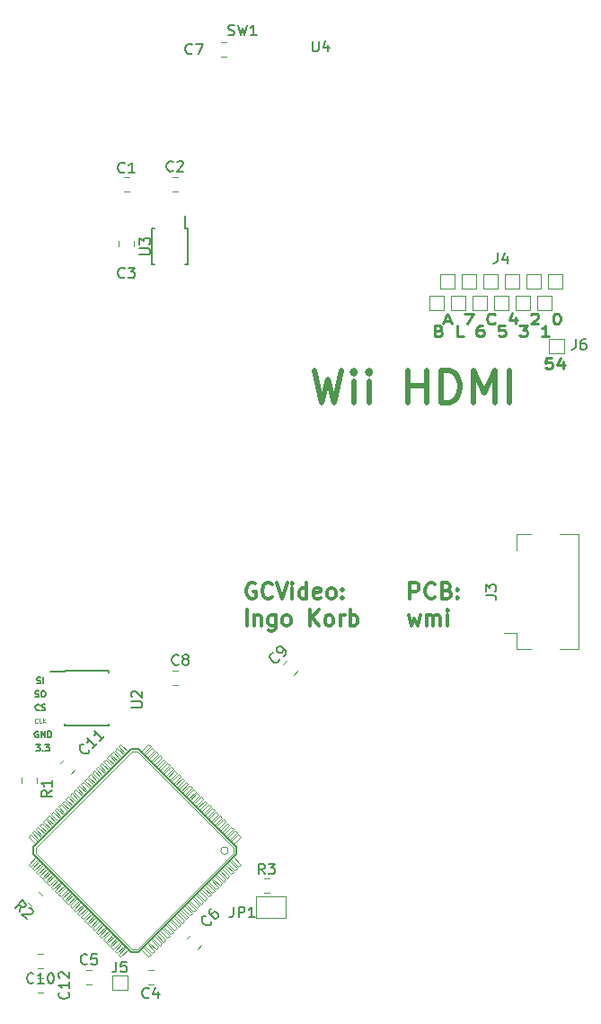
<source format=gto>
G04 #@! TF.GenerationSoftware,KiCad,Pcbnew,(5.0.1)-4*
G04 #@! TF.CreationDate,2019-03-10T19:06:40+01:00*
G04 #@! TF.ProjectId,wiihdmi_wmi,77696968646D695F776D692E6B696361,rev?*
G04 #@! TF.SameCoordinates,Original*
G04 #@! TF.FileFunction,Legend,Top*
G04 #@! TF.FilePolarity,Positive*
%FSLAX46Y46*%
G04 Gerber Fmt 4.6, Leading zero omitted, Abs format (unit mm)*
G04 Created by KiCad (PCBNEW (5.0.1)-4) date 10.03.2019 19:06:40*
%MOMM*%
%LPD*%
G01*
G04 APERTURE LIST*
%ADD10C,0.300000*%
%ADD11C,0.250000*%
%ADD12C,0.500000*%
%ADD13C,0.150000*%
%ADD14C,0.075000*%
%ADD15C,0.120000*%
%ADD16C,0.066040*%
%ADD17C,0.099060*%
%ADD18C,0.198120*%
%ADD19C,0.048260*%
G04 APERTURE END LIST*
D10*
X91738142Y-130467571D02*
X91738142Y-128967571D01*
X92309571Y-128967571D01*
X92452428Y-129039000D01*
X92523857Y-129110428D01*
X92595285Y-129253285D01*
X92595285Y-129467571D01*
X92523857Y-129610428D01*
X92452428Y-129681857D01*
X92309571Y-129753285D01*
X91738142Y-129753285D01*
X94095285Y-130324714D02*
X94023857Y-130396142D01*
X93809571Y-130467571D01*
X93666714Y-130467571D01*
X93452428Y-130396142D01*
X93309571Y-130253285D01*
X93238142Y-130110428D01*
X93166714Y-129824714D01*
X93166714Y-129610428D01*
X93238142Y-129324714D01*
X93309571Y-129181857D01*
X93452428Y-129039000D01*
X93666714Y-128967571D01*
X93809571Y-128967571D01*
X94023857Y-129039000D01*
X94095285Y-129110428D01*
X95238142Y-129681857D02*
X95452428Y-129753285D01*
X95523857Y-129824714D01*
X95595285Y-129967571D01*
X95595285Y-130181857D01*
X95523857Y-130324714D01*
X95452428Y-130396142D01*
X95309571Y-130467571D01*
X94738142Y-130467571D01*
X94738142Y-128967571D01*
X95238142Y-128967571D01*
X95381000Y-129039000D01*
X95452428Y-129110428D01*
X95523857Y-129253285D01*
X95523857Y-129396142D01*
X95452428Y-129539000D01*
X95381000Y-129610428D01*
X95238142Y-129681857D01*
X94738142Y-129681857D01*
X96238142Y-130324714D02*
X96309571Y-130396142D01*
X96238142Y-130467571D01*
X96166714Y-130396142D01*
X96238142Y-130324714D01*
X96238142Y-130467571D01*
X96238142Y-129539000D02*
X96309571Y-129610428D01*
X96238142Y-129681857D01*
X96166714Y-129610428D01*
X96238142Y-129539000D01*
X96238142Y-129681857D01*
X91595285Y-132017571D02*
X91881000Y-133017571D01*
X92166714Y-132303285D01*
X92452428Y-133017571D01*
X92738142Y-132017571D01*
X93309571Y-133017571D02*
X93309571Y-132017571D01*
X93309571Y-132160428D02*
X93381000Y-132089000D01*
X93523857Y-132017571D01*
X93738142Y-132017571D01*
X93881000Y-132089000D01*
X93952428Y-132231857D01*
X93952428Y-133017571D01*
X93952428Y-132231857D02*
X94023857Y-132089000D01*
X94166714Y-132017571D01*
X94381000Y-132017571D01*
X94523857Y-132089000D01*
X94595285Y-132231857D01*
X94595285Y-133017571D01*
X95309571Y-133017571D02*
X95309571Y-132017571D01*
X95309571Y-131517571D02*
X95238142Y-131589000D01*
X95309571Y-131660428D01*
X95381000Y-131589000D01*
X95309571Y-131517571D01*
X95309571Y-131660428D01*
D11*
X105124285Y-107783380D02*
X104552857Y-107783380D01*
X104495714Y-108259571D01*
X104552857Y-108211952D01*
X104667142Y-108164333D01*
X104952857Y-108164333D01*
X105067142Y-108211952D01*
X105124285Y-108259571D01*
X105181428Y-108354809D01*
X105181428Y-108592904D01*
X105124285Y-108688142D01*
X105067142Y-108735761D01*
X104952857Y-108783380D01*
X104667142Y-108783380D01*
X104552857Y-108735761D01*
X104495714Y-108688142D01*
X106210000Y-108116714D02*
X106210000Y-108783380D01*
X105924285Y-107735761D02*
X105638571Y-108450047D01*
X106381428Y-108450047D01*
X94469571Y-105211571D02*
X94641000Y-105259190D01*
X94698142Y-105306809D01*
X94755285Y-105402047D01*
X94755285Y-105544904D01*
X94698142Y-105640142D01*
X94641000Y-105687761D01*
X94526714Y-105735380D01*
X94069571Y-105735380D01*
X94069571Y-104735380D01*
X94469571Y-104735380D01*
X94583857Y-104783000D01*
X94641000Y-104830619D01*
X94698142Y-104925857D01*
X94698142Y-105021095D01*
X94641000Y-105116333D01*
X94583857Y-105163952D01*
X94469571Y-105211571D01*
X94069571Y-105211571D01*
X96755285Y-105735380D02*
X96183857Y-105735380D01*
X96183857Y-104735380D01*
X98583857Y-104735380D02*
X98355285Y-104735380D01*
X98241000Y-104783000D01*
X98183857Y-104830619D01*
X98069571Y-104973476D01*
X98012428Y-105163952D01*
X98012428Y-105544904D01*
X98069571Y-105640142D01*
X98126714Y-105687761D01*
X98241000Y-105735380D01*
X98469571Y-105735380D01*
X98583857Y-105687761D01*
X98641000Y-105640142D01*
X98698142Y-105544904D01*
X98698142Y-105306809D01*
X98641000Y-105211571D01*
X98583857Y-105163952D01*
X98469571Y-105116333D01*
X98241000Y-105116333D01*
X98126714Y-105163952D01*
X98069571Y-105211571D01*
X98012428Y-105306809D01*
X100698142Y-104735380D02*
X100126714Y-104735380D01*
X100069571Y-105211571D01*
X100126714Y-105163952D01*
X100241000Y-105116333D01*
X100526714Y-105116333D01*
X100641000Y-105163952D01*
X100698142Y-105211571D01*
X100755285Y-105306809D01*
X100755285Y-105544904D01*
X100698142Y-105640142D01*
X100641000Y-105687761D01*
X100526714Y-105735380D01*
X100241000Y-105735380D01*
X100126714Y-105687761D01*
X100069571Y-105640142D01*
X102069571Y-104735380D02*
X102812428Y-104735380D01*
X102412428Y-105116333D01*
X102583857Y-105116333D01*
X102698142Y-105163952D01*
X102755285Y-105211571D01*
X102812428Y-105306809D01*
X102812428Y-105544904D01*
X102755285Y-105640142D01*
X102698142Y-105687761D01*
X102583857Y-105735380D01*
X102241000Y-105735380D01*
X102126714Y-105687761D01*
X102069571Y-105640142D01*
X104869571Y-105735380D02*
X104183857Y-105735380D01*
X104526714Y-105735380D02*
X104526714Y-104735380D01*
X104412428Y-104878238D01*
X104298142Y-104973476D01*
X104183857Y-105021095D01*
X94999857Y-104306666D02*
X95571285Y-104306666D01*
X94885571Y-104592380D02*
X95285571Y-103592380D01*
X95685571Y-104592380D01*
X96885571Y-103592380D02*
X97685571Y-103592380D01*
X97171285Y-104592380D01*
X99742714Y-104497142D02*
X99685571Y-104544761D01*
X99514142Y-104592380D01*
X99399857Y-104592380D01*
X99228428Y-104544761D01*
X99114142Y-104449523D01*
X99057000Y-104354285D01*
X98999857Y-104163809D01*
X98999857Y-104020952D01*
X99057000Y-103830476D01*
X99114142Y-103735238D01*
X99228428Y-103640000D01*
X99399857Y-103592380D01*
X99514142Y-103592380D01*
X99685571Y-103640000D01*
X99742714Y-103687619D01*
X101685571Y-103925714D02*
X101685571Y-104592380D01*
X101399857Y-103544761D02*
X101114142Y-104259047D01*
X101857000Y-104259047D01*
X103171285Y-103687619D02*
X103228428Y-103640000D01*
X103342714Y-103592380D01*
X103628428Y-103592380D01*
X103742714Y-103640000D01*
X103799857Y-103687619D01*
X103857000Y-103782857D01*
X103857000Y-103878095D01*
X103799857Y-104020952D01*
X103114142Y-104592380D01*
X103857000Y-104592380D01*
X105514142Y-103592380D02*
X105628428Y-103592380D01*
X105742714Y-103640000D01*
X105799857Y-103687619D01*
X105857000Y-103782857D01*
X105914142Y-103973333D01*
X105914142Y-104211428D01*
X105857000Y-104401904D01*
X105799857Y-104497142D01*
X105742714Y-104544761D01*
X105628428Y-104592380D01*
X105514142Y-104592380D01*
X105399857Y-104544761D01*
X105342714Y-104497142D01*
X105285571Y-104401904D01*
X105228428Y-104211428D01*
X105228428Y-103973333D01*
X105285571Y-103782857D01*
X105342714Y-103687619D01*
X105399857Y-103640000D01*
X105514142Y-103592380D01*
D12*
X82717857Y-108974142D02*
X83432142Y-111974142D01*
X84003571Y-109831285D01*
X84575000Y-111974142D01*
X85289285Y-108974142D01*
X86432142Y-111974142D02*
X86432142Y-109974142D01*
X86432142Y-108974142D02*
X86289285Y-109117000D01*
X86432142Y-109259857D01*
X86575000Y-109117000D01*
X86432142Y-108974142D01*
X86432142Y-109259857D01*
X87860714Y-111974142D02*
X87860714Y-109974142D01*
X87860714Y-108974142D02*
X87717857Y-109117000D01*
X87860714Y-109259857D01*
X88003571Y-109117000D01*
X87860714Y-108974142D01*
X87860714Y-109259857D01*
X91575000Y-111974142D02*
X91575000Y-108974142D01*
X91575000Y-110402714D02*
X93289285Y-110402714D01*
X93289285Y-111974142D02*
X93289285Y-108974142D01*
X94717857Y-111974142D02*
X94717857Y-108974142D01*
X95432142Y-108974142D01*
X95860714Y-109117000D01*
X96146428Y-109402714D01*
X96289285Y-109688428D01*
X96432142Y-110259857D01*
X96432142Y-110688428D01*
X96289285Y-111259857D01*
X96146428Y-111545571D01*
X95860714Y-111831285D01*
X95432142Y-111974142D01*
X94717857Y-111974142D01*
X97717857Y-111974142D02*
X97717857Y-108974142D01*
X98717857Y-111117000D01*
X99717857Y-108974142D01*
X99717857Y-111974142D01*
X101146428Y-111974142D02*
X101146428Y-108974142D01*
D10*
X77156857Y-129039000D02*
X77014000Y-128967571D01*
X76799714Y-128967571D01*
X76585428Y-129039000D01*
X76442571Y-129181857D01*
X76371142Y-129324714D01*
X76299714Y-129610428D01*
X76299714Y-129824714D01*
X76371142Y-130110428D01*
X76442571Y-130253285D01*
X76585428Y-130396142D01*
X76799714Y-130467571D01*
X76942571Y-130467571D01*
X77156857Y-130396142D01*
X77228285Y-130324714D01*
X77228285Y-129824714D01*
X76942571Y-129824714D01*
X78728285Y-130324714D02*
X78656857Y-130396142D01*
X78442571Y-130467571D01*
X78299714Y-130467571D01*
X78085428Y-130396142D01*
X77942571Y-130253285D01*
X77871142Y-130110428D01*
X77799714Y-129824714D01*
X77799714Y-129610428D01*
X77871142Y-129324714D01*
X77942571Y-129181857D01*
X78085428Y-129039000D01*
X78299714Y-128967571D01*
X78442571Y-128967571D01*
X78656857Y-129039000D01*
X78728285Y-129110428D01*
X79156857Y-128967571D02*
X79656857Y-130467571D01*
X80156857Y-128967571D01*
X80656857Y-130467571D02*
X80656857Y-129467571D01*
X80656857Y-128967571D02*
X80585428Y-129039000D01*
X80656857Y-129110428D01*
X80728285Y-129039000D01*
X80656857Y-128967571D01*
X80656857Y-129110428D01*
X82014000Y-130467571D02*
X82014000Y-128967571D01*
X82014000Y-130396142D02*
X81871142Y-130467571D01*
X81585428Y-130467571D01*
X81442571Y-130396142D01*
X81371142Y-130324714D01*
X81299714Y-130181857D01*
X81299714Y-129753285D01*
X81371142Y-129610428D01*
X81442571Y-129539000D01*
X81585428Y-129467571D01*
X81871142Y-129467571D01*
X82014000Y-129539000D01*
X83299714Y-130396142D02*
X83156857Y-130467571D01*
X82871142Y-130467571D01*
X82728285Y-130396142D01*
X82656857Y-130253285D01*
X82656857Y-129681857D01*
X82728285Y-129539000D01*
X82871142Y-129467571D01*
X83156857Y-129467571D01*
X83299714Y-129539000D01*
X83371142Y-129681857D01*
X83371142Y-129824714D01*
X82656857Y-129967571D01*
X84228285Y-130467571D02*
X84085428Y-130396142D01*
X84014000Y-130324714D01*
X83942571Y-130181857D01*
X83942571Y-129753285D01*
X84014000Y-129610428D01*
X84085428Y-129539000D01*
X84228285Y-129467571D01*
X84442571Y-129467571D01*
X84585428Y-129539000D01*
X84656857Y-129610428D01*
X84728285Y-129753285D01*
X84728285Y-130181857D01*
X84656857Y-130324714D01*
X84585428Y-130396142D01*
X84442571Y-130467571D01*
X84228285Y-130467571D01*
X85371142Y-130324714D02*
X85442571Y-130396142D01*
X85371142Y-130467571D01*
X85299714Y-130396142D01*
X85371142Y-130324714D01*
X85371142Y-130467571D01*
X85371142Y-129539000D02*
X85442571Y-129610428D01*
X85371142Y-129681857D01*
X85299714Y-129610428D01*
X85371142Y-129539000D01*
X85371142Y-129681857D01*
X76371142Y-133017571D02*
X76371142Y-131517571D01*
X77085428Y-132017571D02*
X77085428Y-133017571D01*
X77085428Y-132160428D02*
X77156857Y-132089000D01*
X77299714Y-132017571D01*
X77514000Y-132017571D01*
X77656857Y-132089000D01*
X77728285Y-132231857D01*
X77728285Y-133017571D01*
X79085428Y-132017571D02*
X79085428Y-133231857D01*
X79014000Y-133374714D01*
X78942571Y-133446142D01*
X78799714Y-133517571D01*
X78585428Y-133517571D01*
X78442571Y-133446142D01*
X79085428Y-132946142D02*
X78942571Y-133017571D01*
X78656857Y-133017571D01*
X78514000Y-132946142D01*
X78442571Y-132874714D01*
X78371142Y-132731857D01*
X78371142Y-132303285D01*
X78442571Y-132160428D01*
X78514000Y-132089000D01*
X78656857Y-132017571D01*
X78942571Y-132017571D01*
X79085428Y-132089000D01*
X80014000Y-133017571D02*
X79871142Y-132946142D01*
X79799714Y-132874714D01*
X79728285Y-132731857D01*
X79728285Y-132303285D01*
X79799714Y-132160428D01*
X79871142Y-132089000D01*
X80014000Y-132017571D01*
X80228285Y-132017571D01*
X80371142Y-132089000D01*
X80442571Y-132160428D01*
X80514000Y-132303285D01*
X80514000Y-132731857D01*
X80442571Y-132874714D01*
X80371142Y-132946142D01*
X80228285Y-133017571D01*
X80014000Y-133017571D01*
X82299714Y-133017571D02*
X82299714Y-131517571D01*
X83156857Y-133017571D02*
X82514000Y-132160428D01*
X83156857Y-131517571D02*
X82299714Y-132374714D01*
X84014000Y-133017571D02*
X83871142Y-132946142D01*
X83799714Y-132874714D01*
X83728285Y-132731857D01*
X83728285Y-132303285D01*
X83799714Y-132160428D01*
X83871142Y-132089000D01*
X84014000Y-132017571D01*
X84228285Y-132017571D01*
X84371142Y-132089000D01*
X84442571Y-132160428D01*
X84514000Y-132303285D01*
X84514000Y-132731857D01*
X84442571Y-132874714D01*
X84371142Y-132946142D01*
X84228285Y-133017571D01*
X84014000Y-133017571D01*
X85156857Y-133017571D02*
X85156857Y-132017571D01*
X85156857Y-132303285D02*
X85228285Y-132160428D01*
X85299714Y-132089000D01*
X85442571Y-132017571D01*
X85585428Y-132017571D01*
X86085428Y-133017571D02*
X86085428Y-131517571D01*
X86085428Y-132089000D02*
X86228285Y-132017571D01*
X86514000Y-132017571D01*
X86656857Y-132089000D01*
X86728285Y-132160428D01*
X86799714Y-132303285D01*
X86799714Y-132731857D01*
X86728285Y-132874714D01*
X86656857Y-132946142D01*
X86514000Y-133017571D01*
X86228285Y-133017571D01*
X86085428Y-132946142D01*
D13*
X56521428Y-144197428D02*
X56892857Y-144197428D01*
X56692857Y-144426000D01*
X56778571Y-144426000D01*
X56835714Y-144454571D01*
X56864285Y-144483142D01*
X56892857Y-144540285D01*
X56892857Y-144683142D01*
X56864285Y-144740285D01*
X56835714Y-144768857D01*
X56778571Y-144797428D01*
X56607142Y-144797428D01*
X56550000Y-144768857D01*
X56521428Y-144740285D01*
X57150000Y-144740285D02*
X57178571Y-144768857D01*
X57150000Y-144797428D01*
X57121428Y-144768857D01*
X57150000Y-144740285D01*
X57150000Y-144797428D01*
X57378571Y-144197428D02*
X57750000Y-144197428D01*
X57550000Y-144426000D01*
X57635714Y-144426000D01*
X57692857Y-144454571D01*
X57721428Y-144483142D01*
X57750000Y-144540285D01*
X57750000Y-144683142D01*
X57721428Y-144740285D01*
X57692857Y-144768857D01*
X57635714Y-144797428D01*
X57464285Y-144797428D01*
X57407142Y-144768857D01*
X57378571Y-144740285D01*
X56692857Y-142956000D02*
X56635714Y-142927428D01*
X56550000Y-142927428D01*
X56464285Y-142956000D01*
X56407142Y-143013142D01*
X56378571Y-143070285D01*
X56350000Y-143184571D01*
X56350000Y-143270285D01*
X56378571Y-143384571D01*
X56407142Y-143441714D01*
X56464285Y-143498857D01*
X56550000Y-143527428D01*
X56607142Y-143527428D01*
X56692857Y-143498857D01*
X56721428Y-143470285D01*
X56721428Y-143270285D01*
X56607142Y-143270285D01*
X56978571Y-143527428D02*
X56978571Y-142927428D01*
X57321428Y-143527428D01*
X57321428Y-142927428D01*
X57607142Y-143527428D02*
X57607142Y-142927428D01*
X57750000Y-142927428D01*
X57835714Y-142956000D01*
X57892857Y-143013142D01*
X57921428Y-143070285D01*
X57950000Y-143184571D01*
X57950000Y-143270285D01*
X57921428Y-143384571D01*
X57892857Y-143441714D01*
X57835714Y-143498857D01*
X57750000Y-143527428D01*
X57607142Y-143527428D01*
D14*
X56657904Y-142128857D02*
X56638857Y-142147904D01*
X56581714Y-142166952D01*
X56543619Y-142166952D01*
X56486476Y-142147904D01*
X56448380Y-142109809D01*
X56429333Y-142071714D01*
X56410285Y-141995523D01*
X56410285Y-141938380D01*
X56429333Y-141862190D01*
X56448380Y-141824095D01*
X56486476Y-141786000D01*
X56543619Y-141766952D01*
X56581714Y-141766952D01*
X56638857Y-141786000D01*
X56657904Y-141805047D01*
X57019809Y-142166952D02*
X56829333Y-142166952D01*
X56829333Y-141766952D01*
X57153142Y-142166952D02*
X57153142Y-141766952D01*
X57381714Y-142166952D02*
X57210285Y-141938380D01*
X57381714Y-141766952D02*
X57153142Y-141995523D01*
D13*
X56796000Y-140930285D02*
X56767428Y-140958857D01*
X56681714Y-140987428D01*
X56624571Y-140987428D01*
X56538857Y-140958857D01*
X56481714Y-140901714D01*
X56453142Y-140844571D01*
X56424571Y-140730285D01*
X56424571Y-140644571D01*
X56453142Y-140530285D01*
X56481714Y-140473142D01*
X56538857Y-140416000D01*
X56624571Y-140387428D01*
X56681714Y-140387428D01*
X56767428Y-140416000D01*
X56796000Y-140444571D01*
X57024571Y-140958857D02*
X57110285Y-140987428D01*
X57253142Y-140987428D01*
X57310285Y-140958857D01*
X57338857Y-140930285D01*
X57367428Y-140873142D01*
X57367428Y-140816000D01*
X57338857Y-140758857D01*
X57310285Y-140730285D01*
X57253142Y-140701714D01*
X57138857Y-140673142D01*
X57081714Y-140644571D01*
X57053142Y-140616000D01*
X57024571Y-140558857D01*
X57024571Y-140501714D01*
X57053142Y-140444571D01*
X57081714Y-140416000D01*
X57138857Y-140387428D01*
X57281714Y-140387428D01*
X57367428Y-140416000D01*
X56410285Y-139688857D02*
X56496000Y-139717428D01*
X56638857Y-139717428D01*
X56696000Y-139688857D01*
X56724571Y-139660285D01*
X56753142Y-139603142D01*
X56753142Y-139546000D01*
X56724571Y-139488857D01*
X56696000Y-139460285D01*
X56638857Y-139431714D01*
X56524571Y-139403142D01*
X56467428Y-139374571D01*
X56438857Y-139346000D01*
X56410285Y-139288857D01*
X56410285Y-139231714D01*
X56438857Y-139174571D01*
X56467428Y-139146000D01*
X56524571Y-139117428D01*
X56667428Y-139117428D01*
X56753142Y-139146000D01*
X57124571Y-139117428D02*
X57238857Y-139117428D01*
X57296000Y-139146000D01*
X57353142Y-139203142D01*
X57381714Y-139317428D01*
X57381714Y-139517428D01*
X57353142Y-139631714D01*
X57296000Y-139688857D01*
X57238857Y-139717428D01*
X57124571Y-139717428D01*
X57067428Y-139688857D01*
X57010285Y-139631714D01*
X56981714Y-139517428D01*
X56981714Y-139317428D01*
X57010285Y-139203142D01*
X57067428Y-139146000D01*
X57124571Y-139117428D01*
X56581714Y-138418857D02*
X56667428Y-138447428D01*
X56810285Y-138447428D01*
X56867428Y-138418857D01*
X56896000Y-138390285D01*
X56924571Y-138333142D01*
X56924571Y-138276000D01*
X56896000Y-138218857D01*
X56867428Y-138190285D01*
X56810285Y-138161714D01*
X56696000Y-138133142D01*
X56638857Y-138104571D01*
X56610285Y-138076000D01*
X56581714Y-138018857D01*
X56581714Y-137961714D01*
X56610285Y-137904571D01*
X56638857Y-137876000D01*
X56696000Y-137847428D01*
X56838857Y-137847428D01*
X56924571Y-137876000D01*
X57181714Y-138447428D02*
X57181714Y-137847428D01*
D15*
G04 #@! TO.C,J5*
X63689000Y-167324000D02*
X63689000Y-165924000D01*
X65089000Y-167324000D02*
X63689000Y-167324000D01*
X65089000Y-165924000D02*
X65089000Y-167324000D01*
X63689000Y-165924000D02*
X65089000Y-165924000D01*
G04 #@! TO.C,C10*
X57166252Y-163882000D02*
X56643748Y-163882000D01*
X57166252Y-165302000D02*
X56643748Y-165302000D01*
G04 #@! TO.C,C12*
X57157252Y-166168000D02*
X56634748Y-166168000D01*
X57157252Y-167588000D02*
X56634748Y-167588000D01*
G04 #@! TO.C,C11*
X59790529Y-146953563D02*
X60159995Y-146584097D01*
X58786437Y-145949471D02*
X59155903Y-145580005D01*
G04 #@! TO.C,C9*
X80798097Y-137629995D02*
X81167563Y-137260529D01*
X79794005Y-136625903D02*
X80163471Y-136256437D01*
G04 #@! TO.C,C8*
X69334748Y-138632000D02*
X69857252Y-138632000D01*
X69334748Y-137212000D02*
X69857252Y-137212000D01*
G04 #@! TO.C,C7*
X74438252Y-78030000D02*
X73915748Y-78030000D01*
X74438252Y-79450000D02*
X73915748Y-79450000D01*
G04 #@! TO.C,C6*
X71728529Y-163463563D02*
X72097995Y-163094097D01*
X70724437Y-162459471D02*
X71093903Y-162090005D01*
G04 #@! TO.C,C5*
X61215748Y-166826000D02*
X61738252Y-166826000D01*
X61215748Y-165406000D02*
X61738252Y-165406000D01*
G04 #@! TO.C,C4*
X67562252Y-165406000D02*
X67039748Y-165406000D01*
X67562252Y-166826000D02*
X67039748Y-166826000D01*
D13*
G04 #@! TO.C,U2*
X59233000Y-137302000D02*
X57833000Y-137302000D01*
X59233000Y-142402000D02*
X63383000Y-142402000D01*
X59233000Y-137252000D02*
X63383000Y-137252000D01*
X59233000Y-142402000D02*
X59233000Y-142257000D01*
X63383000Y-142402000D02*
X63383000Y-142257000D01*
X63383000Y-137252000D02*
X63383000Y-137397000D01*
X59233000Y-137252000D02*
X59233000Y-137302000D01*
D15*
G04 #@! TO.C,R3*
X78484252Y-156770000D02*
X77961748Y-156770000D01*
X78484252Y-158190000D02*
X77961748Y-158190000D01*
G04 #@! TO.C,R2*
X55701221Y-159067313D02*
X56070687Y-159436779D01*
X56705313Y-158063221D02*
X57074779Y-158432687D01*
G04 #@! TO.C,JP1*
X79998000Y-160512000D02*
X77198000Y-160512000D01*
X77198000Y-160512000D02*
X77198000Y-158512000D01*
X77198000Y-158512000D02*
X79998000Y-158512000D01*
X79998000Y-158512000D02*
X79998000Y-160512000D01*
G04 #@! TO.C,J3*
X101824000Y-133704000D02*
X100624000Y-133704000D01*
X107624000Y-124394000D02*
X105884000Y-124394000D01*
X107624000Y-135194000D02*
X107624000Y-124394000D01*
X105884000Y-135194000D02*
X107624000Y-135194000D01*
X101824000Y-124394000D02*
X103164000Y-124394000D01*
X101824000Y-125884000D02*
X101824000Y-124394000D01*
X101824000Y-135194000D02*
X103164000Y-135194000D01*
X101824000Y-133704000D02*
X101824000Y-135194000D01*
G04 #@! TO.C,C3*
X64314000Y-96757748D02*
X64314000Y-97280252D01*
X65734000Y-96757748D02*
X65734000Y-97280252D01*
G04 #@! TO.C,C2*
X69325748Y-92150000D02*
X69848252Y-92150000D01*
X69325748Y-90730000D02*
X69848252Y-90730000D01*
G04 #@! TO.C,C1*
X65294252Y-90730000D02*
X64771748Y-90730000D01*
X65294252Y-92150000D02*
X64771748Y-92150000D01*
D16*
G04 #@! TO.C,U1*
X75578071Y-152658541D02*
X74870427Y-153366185D01*
X74870427Y-153366185D02*
X75082361Y-153578119D01*
X75790005Y-152870475D02*
X75082361Y-153578119D01*
X75578071Y-152658541D02*
X75790005Y-152870475D01*
X75224249Y-152304719D02*
X74516605Y-153012363D01*
X74516605Y-153012363D02*
X74728539Y-153224297D01*
X75436183Y-152516653D02*
X74728539Y-153224297D01*
X75224249Y-152304719D02*
X75436183Y-152516653D01*
X74870427Y-151950896D02*
X74162783Y-152658541D01*
X74162783Y-152658541D02*
X74374717Y-152870475D01*
X75082361Y-152162831D02*
X74374717Y-152870475D01*
X74870427Y-151950896D02*
X75082361Y-152162831D01*
X74516605Y-151597074D02*
X73808961Y-152304719D01*
X73808961Y-152304719D02*
X74020895Y-152516653D01*
X74728539Y-151809008D02*
X74020895Y-152516653D01*
X74516605Y-151597074D02*
X74728539Y-151809008D01*
X74162783Y-151243252D02*
X73455139Y-151950896D01*
X73455139Y-151950896D02*
X73667073Y-152162831D01*
X74374717Y-151455186D02*
X73667073Y-152162831D01*
X74162783Y-151243252D02*
X74374717Y-151455186D01*
X73808961Y-150889430D02*
X73101317Y-151597074D01*
X73101317Y-151597074D02*
X73315047Y-151810804D01*
X74022691Y-151103160D02*
X73315047Y-151810804D01*
X73808961Y-150889430D02*
X74022691Y-151103160D01*
X73456935Y-150537404D02*
X72749291Y-151245048D01*
X72749291Y-151245048D02*
X72961225Y-151456982D01*
X73668869Y-150749338D02*
X72961225Y-151456982D01*
X73456935Y-150537404D02*
X73668869Y-150749338D01*
X73103113Y-150183582D02*
X72395469Y-150891226D01*
X72395469Y-150891226D02*
X72607403Y-151103160D01*
X73315047Y-150395516D02*
X72607403Y-151103160D01*
X73103113Y-150183582D02*
X73315047Y-150395516D01*
X72749291Y-149829760D02*
X72041646Y-150537404D01*
X72041646Y-150537404D02*
X72253580Y-150749338D01*
X72961225Y-150041694D02*
X72253580Y-150749338D01*
X72749291Y-149829760D02*
X72961225Y-150041694D01*
X72395469Y-149475938D02*
X71687824Y-150183582D01*
X71687824Y-150183582D02*
X71899758Y-150395516D01*
X72607403Y-149687872D02*
X71899758Y-150395516D01*
X72395469Y-149475938D02*
X72607403Y-149687872D01*
X72041646Y-149122116D02*
X71334002Y-149829760D01*
X71334002Y-149829760D02*
X71545936Y-150041694D01*
X72253580Y-149334050D02*
X71545936Y-150041694D01*
X72041646Y-149122116D02*
X72253580Y-149334050D01*
X71687824Y-148768294D02*
X70980180Y-149475938D01*
X70980180Y-149475938D02*
X71192114Y-149687872D01*
X71899758Y-148980228D02*
X71192114Y-149687872D01*
X71687824Y-148768294D02*
X71899758Y-148980228D01*
X71335798Y-148416268D02*
X70628154Y-149123912D01*
X70628154Y-149123912D02*
X70840088Y-149335846D01*
X71547732Y-148628202D02*
X70840088Y-149335846D01*
X71335798Y-148416268D02*
X71547732Y-148628202D01*
X70983772Y-148064242D02*
X70276128Y-148771886D01*
X70276128Y-148771886D02*
X70488062Y-148983820D01*
X71195706Y-148276176D02*
X70488062Y-148983820D01*
X70983772Y-148064242D02*
X71195706Y-148276176D01*
X70629950Y-147710420D02*
X69922306Y-148418064D01*
X69922306Y-148418064D02*
X70134240Y-148629998D01*
X70841884Y-147922354D02*
X70134240Y-148629998D01*
X70629950Y-147710420D02*
X70841884Y-147922354D01*
X70276128Y-147356597D02*
X69568484Y-148064242D01*
X69568484Y-148064242D02*
X69780418Y-148276176D01*
X70488062Y-147568531D02*
X69780418Y-148276176D01*
X70276128Y-147356597D02*
X70488062Y-147568531D01*
X69922306Y-147002775D02*
X69214662Y-147710420D01*
X69214662Y-147710420D02*
X69426596Y-147922354D01*
X70134240Y-147214709D02*
X69426596Y-147922354D01*
X69922306Y-147002775D02*
X70134240Y-147214709D01*
X69568484Y-146648953D02*
X68860840Y-147356597D01*
X68860840Y-147356597D02*
X69072774Y-147568531D01*
X69780418Y-146860887D02*
X69072774Y-147568531D01*
X69568484Y-146648953D02*
X69780418Y-146860887D01*
X69214662Y-146295131D02*
X68507018Y-147002775D01*
X68507018Y-147002775D02*
X68718952Y-147214709D01*
X69426596Y-146507065D02*
X68718952Y-147214709D01*
X69214662Y-146295131D02*
X69426596Y-146507065D01*
X68860840Y-145941309D02*
X68153196Y-146648953D01*
X68153196Y-146648953D02*
X68366926Y-146862683D01*
X69074570Y-146155039D02*
X68366926Y-146862683D01*
X68860840Y-145941309D02*
X69074570Y-146155039D01*
X68508814Y-145589283D02*
X67801169Y-146296927D01*
X67801169Y-146296927D02*
X68013104Y-146508861D01*
X68720748Y-145801217D02*
X68013104Y-146508861D01*
X68508814Y-145589283D02*
X68720748Y-145801217D01*
X68154992Y-145235461D02*
X67447347Y-145943105D01*
X67447347Y-145943105D02*
X67659281Y-146155039D01*
X68366926Y-145447395D02*
X67659281Y-146155039D01*
X68154992Y-145235461D02*
X68366926Y-145447395D01*
X67801169Y-144881639D02*
X67093525Y-145589283D01*
X67093525Y-145589283D02*
X67305459Y-145801217D01*
X68013104Y-145093573D02*
X67305459Y-145801217D01*
X67801169Y-144881639D02*
X68013104Y-145093573D01*
X67447347Y-144527817D02*
X66739703Y-145235461D01*
X66739703Y-145235461D02*
X66951637Y-145447395D01*
X67659281Y-144739751D02*
X66951637Y-145447395D01*
X67447347Y-144527817D02*
X67659281Y-144739751D01*
X67093525Y-144173995D02*
X66385881Y-144881639D01*
X66385881Y-144881639D02*
X66597815Y-145093573D01*
X67305459Y-144385929D02*
X66597815Y-145093573D01*
X67093525Y-144173995D02*
X67305459Y-144385929D01*
X64478475Y-144173995D02*
X64266541Y-144385929D01*
X64266541Y-144385929D02*
X64974185Y-145093573D01*
X65186119Y-144881639D02*
X64974185Y-145093573D01*
X64478475Y-144173995D02*
X65186119Y-144881639D01*
X64124653Y-144527817D02*
X63912719Y-144739751D01*
X63912719Y-144739751D02*
X64620363Y-145447395D01*
X64832297Y-145235461D02*
X64620363Y-145447395D01*
X64124653Y-144527817D02*
X64832297Y-145235461D01*
X63770831Y-144881639D02*
X63558896Y-145093573D01*
X63558896Y-145093573D02*
X64266541Y-145801217D01*
X64478475Y-145589283D02*
X64266541Y-145801217D01*
X63770831Y-144881639D02*
X64478475Y-145589283D01*
X63417008Y-145235461D02*
X63205074Y-145447395D01*
X63205074Y-145447395D02*
X63912719Y-146155039D01*
X64124653Y-145943105D02*
X63912719Y-146155039D01*
X63417008Y-145235461D02*
X64124653Y-145943105D01*
X63063186Y-145589283D02*
X62851252Y-145801217D01*
X62851252Y-145801217D02*
X63558896Y-146508861D01*
X63770831Y-146296927D02*
X63558896Y-146508861D01*
X63063186Y-145589283D02*
X63770831Y-146296927D01*
X62711160Y-145941309D02*
X62497430Y-146155039D01*
X62497430Y-146155039D02*
X63205074Y-146862683D01*
X63418804Y-146648953D02*
X63205074Y-146862683D01*
X62711160Y-145941309D02*
X63418804Y-146648953D01*
X62357338Y-146295131D02*
X62145404Y-146507065D01*
X62145404Y-146507065D02*
X62853048Y-147214709D01*
X63064982Y-147002775D02*
X62853048Y-147214709D01*
X62357338Y-146295131D02*
X63064982Y-147002775D01*
X62003516Y-146648953D02*
X61791582Y-146860887D01*
X61791582Y-146860887D02*
X62499226Y-147568531D01*
X62711160Y-147356597D02*
X62499226Y-147568531D01*
X62003516Y-146648953D02*
X62711160Y-147356597D01*
X61649694Y-147002775D02*
X61437760Y-147214709D01*
X61437760Y-147214709D02*
X62145404Y-147922354D01*
X62357338Y-147710420D02*
X62145404Y-147922354D01*
X61649694Y-147002775D02*
X62357338Y-147710420D01*
X61295872Y-147356597D02*
X61083938Y-147568531D01*
X61083938Y-147568531D02*
X61791582Y-148276176D01*
X62003516Y-148064242D02*
X61791582Y-148276176D01*
X61295872Y-147356597D02*
X62003516Y-148064242D01*
X60942050Y-147710420D02*
X60730116Y-147922354D01*
X60730116Y-147922354D02*
X61437760Y-148629998D01*
X61649694Y-148418064D02*
X61437760Y-148629998D01*
X60942050Y-147710420D02*
X61649694Y-148418064D01*
X60588228Y-148064242D02*
X60376294Y-148276176D01*
X60376294Y-148276176D02*
X61083938Y-148983820D01*
X61295872Y-148771886D02*
X61083938Y-148983820D01*
X60588228Y-148064242D02*
X61295872Y-148771886D01*
X60236202Y-148416268D02*
X60024268Y-148628202D01*
X60024268Y-148628202D02*
X60731912Y-149335846D01*
X60943846Y-149123912D02*
X60731912Y-149335846D01*
X60236202Y-148416268D02*
X60943846Y-149123912D01*
X59884176Y-148768294D02*
X59672242Y-148980228D01*
X59672242Y-148980228D02*
X60379886Y-149687872D01*
X60591820Y-149475938D02*
X60379886Y-149687872D01*
X59884176Y-148768294D02*
X60591820Y-149475938D01*
X59530354Y-149122116D02*
X59318420Y-149334050D01*
X59318420Y-149334050D02*
X60026064Y-150041694D01*
X60237998Y-149829760D02*
X60026064Y-150041694D01*
X59530354Y-149122116D02*
X60237998Y-149829760D01*
X59176531Y-149475938D02*
X58964597Y-149687872D01*
X58964597Y-149687872D02*
X59672242Y-150395516D01*
X59884176Y-150183582D02*
X59672242Y-150395516D01*
X59176531Y-149475938D02*
X59884176Y-150183582D01*
X58822709Y-149829760D02*
X58610775Y-150041694D01*
X58610775Y-150041694D02*
X59318420Y-150749338D01*
X59530354Y-150537404D02*
X59318420Y-150749338D01*
X58822709Y-149829760D02*
X59530354Y-150537404D01*
X58468887Y-150183582D02*
X58256953Y-150395516D01*
X58256953Y-150395516D02*
X58964597Y-151103160D01*
X59176531Y-150891226D02*
X58964597Y-151103160D01*
X58468887Y-150183582D02*
X59176531Y-150891226D01*
X58115065Y-150537404D02*
X57903131Y-150749338D01*
X57903131Y-150749338D02*
X58610775Y-151456982D01*
X58822709Y-151245048D02*
X58610775Y-151456982D01*
X58115065Y-150537404D02*
X58822709Y-151245048D01*
X57763039Y-150889430D02*
X57549309Y-151103160D01*
X57549309Y-151103160D02*
X58256953Y-151810804D01*
X58470683Y-151597074D02*
X58256953Y-151810804D01*
X57763039Y-150889430D02*
X58470683Y-151597074D01*
X57409217Y-151243252D02*
X57197283Y-151455186D01*
X57197283Y-151455186D02*
X57904927Y-152162831D01*
X58116861Y-151950896D02*
X57904927Y-152162831D01*
X57409217Y-151243252D02*
X58116861Y-151950896D01*
X57055395Y-151597074D02*
X56843461Y-151809008D01*
X56843461Y-151809008D02*
X57551105Y-152516653D01*
X57763039Y-152304719D02*
X57551105Y-152516653D01*
X57055395Y-151597074D02*
X57763039Y-152304719D01*
X56701573Y-151950896D02*
X56489639Y-152162831D01*
X56489639Y-152162831D02*
X57197283Y-152870475D01*
X57409217Y-152658541D02*
X57197283Y-152870475D01*
X56701573Y-151950896D02*
X57409217Y-152658541D01*
X56347751Y-152304719D02*
X56135817Y-152516653D01*
X56135817Y-152516653D02*
X56843461Y-153224297D01*
X57055395Y-153012363D02*
X56843461Y-153224297D01*
X56347751Y-152304719D02*
X57055395Y-153012363D01*
X55993929Y-152658541D02*
X55781995Y-152870475D01*
X55781995Y-152870475D02*
X56489639Y-153578119D01*
X56701573Y-153366185D02*
X56489639Y-153578119D01*
X55993929Y-152658541D02*
X56701573Y-153366185D01*
X56489639Y-154777881D02*
X55781995Y-155485525D01*
X55781995Y-155485525D02*
X55993929Y-155697459D01*
X56701573Y-154989815D02*
X55993929Y-155697459D01*
X56489639Y-154777881D02*
X56701573Y-154989815D01*
X56843461Y-155131703D02*
X56135817Y-155839347D01*
X56135817Y-155839347D02*
X56347751Y-156051281D01*
X57055395Y-155343637D02*
X56347751Y-156051281D01*
X56843461Y-155131703D02*
X57055395Y-155343637D01*
X57197283Y-155485525D02*
X56489639Y-156193169D01*
X56489639Y-156193169D02*
X56701573Y-156405104D01*
X57409217Y-155697459D02*
X56701573Y-156405104D01*
X57197283Y-155485525D02*
X57409217Y-155697459D01*
X57551105Y-155839347D02*
X56843461Y-156546992D01*
X56843461Y-156546992D02*
X57055395Y-156758926D01*
X57763039Y-156051281D02*
X57055395Y-156758926D01*
X57551105Y-155839347D02*
X57763039Y-156051281D01*
X57904927Y-156193169D02*
X57197283Y-156900814D01*
X57197283Y-156900814D02*
X57409217Y-157112748D01*
X58116861Y-156405104D02*
X57409217Y-157112748D01*
X57904927Y-156193169D02*
X58116861Y-156405104D01*
X58256953Y-156545196D02*
X57549309Y-157252840D01*
X57549309Y-157252840D02*
X57763039Y-157466570D01*
X58470683Y-156758926D02*
X57763039Y-157466570D01*
X58256953Y-156545196D02*
X58470683Y-156758926D01*
X58610775Y-156899018D02*
X57903131Y-157606662D01*
X57903131Y-157606662D02*
X58115065Y-157818596D01*
X58822709Y-157110952D02*
X58115065Y-157818596D01*
X58610775Y-156899018D02*
X58822709Y-157110952D01*
X58964597Y-157252840D02*
X58256953Y-157960484D01*
X58256953Y-157960484D02*
X58468887Y-158172418D01*
X59176531Y-157464774D02*
X58468887Y-158172418D01*
X58964597Y-157252840D02*
X59176531Y-157464774D01*
X59318420Y-157606662D02*
X58610775Y-158314306D01*
X58610775Y-158314306D02*
X58822709Y-158526240D01*
X59530354Y-157818596D02*
X58822709Y-158526240D01*
X59318420Y-157606662D02*
X59530354Y-157818596D01*
X59672242Y-157960484D02*
X58964597Y-158668128D01*
X58964597Y-158668128D02*
X59176531Y-158880062D01*
X59884176Y-158172418D02*
X59176531Y-158880062D01*
X59672242Y-157960484D02*
X59884176Y-158172418D01*
X60026064Y-158314306D02*
X59318420Y-159021950D01*
X59318420Y-159021950D02*
X59530354Y-159233884D01*
X60237998Y-158526240D02*
X59530354Y-159233884D01*
X60026064Y-158314306D02*
X60237998Y-158526240D01*
X60379886Y-158668128D02*
X59672242Y-159375772D01*
X59672242Y-159375772D02*
X59884176Y-159587706D01*
X60591820Y-158880062D02*
X59884176Y-159587706D01*
X60379886Y-158668128D02*
X60591820Y-158880062D01*
X60731912Y-159020154D02*
X60024268Y-159727798D01*
X60024268Y-159727798D02*
X60236202Y-159939732D01*
X60943846Y-159232088D02*
X60236202Y-159939732D01*
X60731912Y-159020154D02*
X60943846Y-159232088D01*
X61083938Y-159372180D02*
X60376294Y-160079824D01*
X60376294Y-160079824D02*
X60588228Y-160291758D01*
X61295872Y-159584114D02*
X60588228Y-160291758D01*
X61083938Y-159372180D02*
X61295872Y-159584114D01*
X61437760Y-159726002D02*
X60730116Y-160433646D01*
X60730116Y-160433646D02*
X60942050Y-160645580D01*
X61649694Y-159937936D02*
X60942050Y-160645580D01*
X61437760Y-159726002D02*
X61649694Y-159937936D01*
X61791582Y-160079824D02*
X61083938Y-160787469D01*
X61083938Y-160787469D02*
X61295872Y-160999403D01*
X62003516Y-160291758D02*
X61295872Y-160999403D01*
X61791582Y-160079824D02*
X62003516Y-160291758D01*
X62145404Y-160433646D02*
X61437760Y-161141291D01*
X61437760Y-161141291D02*
X61649694Y-161353225D01*
X62357338Y-160645580D02*
X61649694Y-161353225D01*
X62145404Y-160433646D02*
X62357338Y-160645580D01*
X62499226Y-160787469D02*
X61791582Y-161495113D01*
X61791582Y-161495113D02*
X62003516Y-161707047D01*
X62711160Y-160999403D02*
X62003516Y-161707047D01*
X62499226Y-160787469D02*
X62711160Y-160999403D01*
X62853048Y-161141291D02*
X62145404Y-161848935D01*
X62145404Y-161848935D02*
X62357338Y-162060869D01*
X63064982Y-161353225D02*
X62357338Y-162060869D01*
X62853048Y-161141291D02*
X63064982Y-161353225D01*
X63205074Y-161493317D02*
X62497430Y-162200961D01*
X62497430Y-162200961D02*
X62711160Y-162414691D01*
X63418804Y-161707047D02*
X62711160Y-162414691D01*
X63205074Y-161493317D02*
X63418804Y-161707047D01*
X63558896Y-161847139D02*
X62851252Y-162554783D01*
X62851252Y-162554783D02*
X63063186Y-162766717D01*
X63770831Y-162059073D02*
X63063186Y-162766717D01*
X63558896Y-161847139D02*
X63770831Y-162059073D01*
X63912719Y-162200961D02*
X63205074Y-162908605D01*
X63205074Y-162908605D02*
X63417008Y-163120539D01*
X64124653Y-162412895D02*
X63417008Y-163120539D01*
X63912719Y-162200961D02*
X64124653Y-162412895D01*
X64266541Y-162554783D02*
X63558896Y-163262427D01*
X63558896Y-163262427D02*
X63770831Y-163474361D01*
X64478475Y-162766717D02*
X63770831Y-163474361D01*
X64266541Y-162554783D02*
X64478475Y-162766717D01*
X64620363Y-162908605D02*
X63912719Y-163616249D01*
X63912719Y-163616249D02*
X64124653Y-163828183D01*
X64832297Y-163120539D02*
X64124653Y-163828183D01*
X64620363Y-162908605D02*
X64832297Y-163120539D01*
X64974185Y-163262427D02*
X64266541Y-163970071D01*
X64266541Y-163970071D02*
X64478475Y-164182005D01*
X65186119Y-163474361D02*
X64478475Y-164182005D01*
X64974185Y-163262427D02*
X65186119Y-163474361D01*
X66597815Y-163262427D02*
X66385881Y-163474361D01*
X66385881Y-163474361D02*
X67093525Y-164182005D01*
X67305459Y-163970071D02*
X67093525Y-164182005D01*
X66597815Y-163262427D02*
X67305459Y-163970071D01*
X66951637Y-162908605D02*
X66739703Y-163120539D01*
X66739703Y-163120539D02*
X67447347Y-163828183D01*
X67659281Y-163616249D02*
X67447347Y-163828183D01*
X66951637Y-162908605D02*
X67659281Y-163616249D01*
X67305459Y-162554783D02*
X67093525Y-162766717D01*
X67093525Y-162766717D02*
X67801169Y-163474361D01*
X68013104Y-163262427D02*
X67801169Y-163474361D01*
X67305459Y-162554783D02*
X68013104Y-163262427D01*
X67659281Y-162200961D02*
X67447347Y-162412895D01*
X67447347Y-162412895D02*
X68154992Y-163120539D01*
X68366926Y-162908605D02*
X68154992Y-163120539D01*
X67659281Y-162200961D02*
X68366926Y-162908605D01*
X68013104Y-161847139D02*
X67801169Y-162059073D01*
X67801169Y-162059073D02*
X68508814Y-162766717D01*
X68720748Y-162554783D02*
X68508814Y-162766717D01*
X68013104Y-161847139D02*
X68720748Y-162554783D01*
X68366926Y-161493317D02*
X68153196Y-161707047D01*
X68153196Y-161707047D02*
X68860840Y-162414691D01*
X69074570Y-162200961D02*
X68860840Y-162414691D01*
X68366926Y-161493317D02*
X69074570Y-162200961D01*
X68718952Y-161141291D02*
X68507018Y-161353225D01*
X68507018Y-161353225D02*
X69214662Y-162060869D01*
X69426596Y-161848935D02*
X69214662Y-162060869D01*
X68718952Y-161141291D02*
X69426596Y-161848935D01*
X69072774Y-160787469D02*
X68860840Y-160999403D01*
X68860840Y-160999403D02*
X69568484Y-161707047D01*
X69780418Y-161495113D02*
X69568484Y-161707047D01*
X69072774Y-160787469D02*
X69780418Y-161495113D01*
X69426596Y-160433646D02*
X69214662Y-160645580D01*
X69214662Y-160645580D02*
X69922306Y-161353225D01*
X70134240Y-161141291D02*
X69922306Y-161353225D01*
X69426596Y-160433646D02*
X70134240Y-161141291D01*
X69780418Y-160079824D02*
X69568484Y-160291758D01*
X69568484Y-160291758D02*
X70276128Y-160999403D01*
X70488062Y-160787469D02*
X70276128Y-160999403D01*
X69780418Y-160079824D02*
X70488062Y-160787469D01*
X70134240Y-159726002D02*
X69922306Y-159937936D01*
X69922306Y-159937936D02*
X70629950Y-160645580D01*
X70841884Y-160433646D02*
X70629950Y-160645580D01*
X70134240Y-159726002D02*
X70841884Y-160433646D01*
X70488062Y-159372180D02*
X70276128Y-159584114D01*
X70276128Y-159584114D02*
X70983772Y-160291758D01*
X71195706Y-160079824D02*
X70983772Y-160291758D01*
X70488062Y-159372180D02*
X71195706Y-160079824D01*
X70840088Y-159020154D02*
X70628154Y-159232088D01*
X70628154Y-159232088D02*
X71335798Y-159939732D01*
X71547732Y-159727798D02*
X71335798Y-159939732D01*
X70840088Y-159020154D02*
X71547732Y-159727798D01*
X71192114Y-158668128D02*
X70980180Y-158880062D01*
X70980180Y-158880062D02*
X71687824Y-159587706D01*
X71899758Y-159375772D02*
X71687824Y-159587706D01*
X71192114Y-158668128D02*
X71899758Y-159375772D01*
X71545936Y-158314306D02*
X71334002Y-158526240D01*
X71334002Y-158526240D02*
X72041646Y-159233884D01*
X72253580Y-159021950D02*
X72041646Y-159233884D01*
X71545936Y-158314306D02*
X72253580Y-159021950D01*
X71899758Y-157960484D02*
X71687824Y-158172418D01*
X71687824Y-158172418D02*
X72395469Y-158880062D01*
X72607403Y-158668128D02*
X72395469Y-158880062D01*
X71899758Y-157960484D02*
X72607403Y-158668128D01*
X72253580Y-157606662D02*
X72041646Y-157818596D01*
X72041646Y-157818596D02*
X72749291Y-158526240D01*
X72961225Y-158314306D02*
X72749291Y-158526240D01*
X72253580Y-157606662D02*
X72961225Y-158314306D01*
X72607403Y-157252840D02*
X72395469Y-157464774D01*
X72395469Y-157464774D02*
X73103113Y-158172418D01*
X73315047Y-157960484D02*
X73103113Y-158172418D01*
X72607403Y-157252840D02*
X73315047Y-157960484D01*
X72961225Y-156899018D02*
X72749291Y-157110952D01*
X72749291Y-157110952D02*
X73456935Y-157818596D01*
X73668869Y-157606662D02*
X73456935Y-157818596D01*
X72961225Y-156899018D02*
X73668869Y-157606662D01*
X73315047Y-156545196D02*
X73101317Y-156758926D01*
X73101317Y-156758926D02*
X73808961Y-157466570D01*
X74022691Y-157252840D02*
X73808961Y-157466570D01*
X73315047Y-156545196D02*
X74022691Y-157252840D01*
X73667073Y-156193169D02*
X73455139Y-156405104D01*
X73455139Y-156405104D02*
X74162783Y-157112748D01*
X74374717Y-156900814D02*
X74162783Y-157112748D01*
X73667073Y-156193169D02*
X74374717Y-156900814D01*
X74020895Y-155839347D02*
X73808961Y-156051281D01*
X73808961Y-156051281D02*
X74516605Y-156758926D01*
X74728539Y-156546992D02*
X74516605Y-156758926D01*
X74020895Y-155839347D02*
X74728539Y-156546992D01*
X74374717Y-155485525D02*
X74162783Y-155697459D01*
X74162783Y-155697459D02*
X74870427Y-156405104D01*
X75082361Y-156193169D02*
X74870427Y-156405104D01*
X74374717Y-155485525D02*
X75082361Y-156193169D01*
X74728539Y-155131703D02*
X74516605Y-155343637D01*
X74516605Y-155343637D02*
X75224249Y-156051281D01*
X75436183Y-155839347D02*
X75224249Y-156051281D01*
X74728539Y-155131703D02*
X75436183Y-155839347D01*
X75082361Y-154777881D02*
X74870427Y-154989815D01*
X74870427Y-154989815D02*
X75578071Y-155697459D01*
X75790005Y-155485525D02*
X75578071Y-155697459D01*
X75082361Y-154777881D02*
X75790005Y-155485525D01*
D17*
X75082361Y-153930145D02*
X66033855Y-144881639D01*
X66033855Y-144881639D02*
X65538145Y-144881639D01*
X65538145Y-144881639D02*
X56489639Y-153930145D01*
X56489639Y-153930145D02*
X56489639Y-154425855D01*
X56489639Y-154425855D02*
X65538145Y-163474361D01*
X65538145Y-163474361D02*
X66033855Y-163474361D01*
X66033855Y-163474361D02*
X75082361Y-154425855D01*
X75082361Y-154425855D02*
X75082361Y-153930145D01*
D18*
X75330216Y-153825974D02*
X66138026Y-144633784D01*
X66138026Y-144633784D02*
X65433974Y-144633784D01*
X65433974Y-144633784D02*
X56241784Y-153825974D01*
X56241784Y-153825974D02*
X56241784Y-154530026D01*
X56241784Y-154530026D02*
X65433974Y-163722216D01*
X65433974Y-163722216D02*
X66138026Y-163722216D01*
X66138026Y-163722216D02*
X75330216Y-154530026D01*
X75330216Y-154530026D02*
X75330216Y-153825974D01*
D19*
X74622572Y-154178000D02*
G75*
G03X74622572Y-154178000I-352026J0D01*
G01*
D13*
G04 #@! TO.C,U3*
X70588000Y-95607000D02*
X70588000Y-94357000D01*
X67413000Y-95607000D02*
X67413000Y-98957000D01*
X70763000Y-95607000D02*
X70763000Y-98957000D01*
X67413000Y-95607000D02*
X67663000Y-95607000D01*
X67413000Y-98957000D02*
X67663000Y-98957000D01*
X70763000Y-98957000D02*
X70513000Y-98957000D01*
X70763000Y-95607000D02*
X70588000Y-95607000D01*
D15*
G04 #@! TO.C,R1*
X55170000Y-147312748D02*
X55170000Y-147835252D01*
X56590000Y-147312748D02*
X56590000Y-147835252D01*
G04 #@! TO.C,J4*
X94550000Y-101284000D02*
X94550000Y-99884000D01*
X95950000Y-101284000D02*
X94550000Y-101284000D01*
X95950000Y-99884000D02*
X95950000Y-101284000D01*
X94550000Y-99884000D02*
X95950000Y-99884000D01*
X96582000Y-99884000D02*
X97982000Y-99884000D01*
X96582000Y-101284000D02*
X96582000Y-99884000D01*
X97982000Y-101284000D02*
X96582000Y-101284000D01*
X97982000Y-99884000D02*
X97982000Y-101284000D01*
X98614000Y-99884000D02*
X100014000Y-99884000D01*
X98614000Y-101284000D02*
X98614000Y-99884000D01*
X100014000Y-101284000D02*
X98614000Y-101284000D01*
X100014000Y-99884000D02*
X100014000Y-101284000D01*
X100646000Y-99884000D02*
X102046000Y-99884000D01*
X100646000Y-101284000D02*
X100646000Y-99884000D01*
X102046000Y-99884000D02*
X102046000Y-101284000D01*
X102046000Y-101284000D02*
X100646000Y-101284000D01*
X102678000Y-99884000D02*
X104078000Y-99884000D01*
X104078000Y-101284000D02*
X102678000Y-101284000D01*
X102678000Y-101284000D02*
X102678000Y-99884000D01*
X104078000Y-99884000D02*
X104078000Y-101284000D01*
X106110000Y-101284000D02*
X104710000Y-101284000D01*
X104710000Y-101284000D02*
X104710000Y-99884000D01*
X104710000Y-99884000D02*
X106110000Y-99884000D01*
X106110000Y-99884000D02*
X106110000Y-101284000D01*
X93534000Y-103316000D02*
X93534000Y-101916000D01*
X94934000Y-103316000D02*
X93534000Y-103316000D01*
X94934000Y-101916000D02*
X94934000Y-103316000D01*
X93534000Y-101916000D02*
X94934000Y-101916000D01*
X95566000Y-101916000D02*
X96966000Y-101916000D01*
X96966000Y-101916000D02*
X96966000Y-103316000D01*
X96966000Y-103316000D02*
X95566000Y-103316000D01*
X95566000Y-103316000D02*
X95566000Y-101916000D01*
X98998000Y-101916000D02*
X98998000Y-103316000D01*
X97598000Y-103316000D02*
X97598000Y-101916000D01*
X97598000Y-101916000D02*
X98998000Y-101916000D01*
X98998000Y-103316000D02*
X97598000Y-103316000D01*
X101030000Y-101916000D02*
X101030000Y-103316000D01*
X99630000Y-103316000D02*
X99630000Y-101916000D01*
X101030000Y-103316000D02*
X99630000Y-103316000D01*
X99630000Y-101916000D02*
X101030000Y-101916000D01*
X103062000Y-101916000D02*
X103062000Y-103316000D01*
X103062000Y-103316000D02*
X101662000Y-103316000D01*
X101662000Y-101916000D02*
X103062000Y-101916000D01*
X101662000Y-103316000D02*
X101662000Y-101916000D01*
X103694000Y-103316000D02*
X103694000Y-101916000D01*
X105094000Y-101916000D02*
X105094000Y-103316000D01*
X103694000Y-101916000D02*
X105094000Y-101916000D01*
X105094000Y-103316000D02*
X103694000Y-103316000D01*
G04 #@! TO.C,J6*
X104837000Y-105980000D02*
X106237000Y-105980000D01*
X106237000Y-105980000D02*
X106237000Y-107380000D01*
X106237000Y-107380000D02*
X104837000Y-107380000D01*
X104837000Y-107380000D02*
X104837000Y-105980000D01*
G04 #@! TO.C,J5*
D13*
X64055666Y-164628380D02*
X64055666Y-165342666D01*
X64008047Y-165485523D01*
X63912809Y-165580761D01*
X63769952Y-165628380D01*
X63674714Y-165628380D01*
X65008047Y-164628380D02*
X64531857Y-164628380D01*
X64484238Y-165104571D01*
X64531857Y-165056952D01*
X64627095Y-165009333D01*
X64865190Y-165009333D01*
X64960428Y-165056952D01*
X65008047Y-165104571D01*
X65055666Y-165199809D01*
X65055666Y-165437904D01*
X65008047Y-165533142D01*
X64960428Y-165580761D01*
X64865190Y-165628380D01*
X64627095Y-165628380D01*
X64531857Y-165580761D01*
X64484238Y-165533142D01*
G04 #@! TO.C,C10*
X56262142Y-166599142D02*
X56214523Y-166646761D01*
X56071666Y-166694380D01*
X55976428Y-166694380D01*
X55833571Y-166646761D01*
X55738333Y-166551523D01*
X55690714Y-166456285D01*
X55643095Y-166265809D01*
X55643095Y-166122952D01*
X55690714Y-165932476D01*
X55738333Y-165837238D01*
X55833571Y-165742000D01*
X55976428Y-165694380D01*
X56071666Y-165694380D01*
X56214523Y-165742000D01*
X56262142Y-165789619D01*
X57214523Y-166694380D02*
X56643095Y-166694380D01*
X56928809Y-166694380D02*
X56928809Y-165694380D01*
X56833571Y-165837238D01*
X56738333Y-165932476D01*
X56643095Y-165980095D01*
X57833571Y-165694380D02*
X57928809Y-165694380D01*
X58024047Y-165742000D01*
X58071666Y-165789619D01*
X58119285Y-165884857D01*
X58166904Y-166075333D01*
X58166904Y-166313428D01*
X58119285Y-166503904D01*
X58071666Y-166599142D01*
X58024047Y-166646761D01*
X57928809Y-166694380D01*
X57833571Y-166694380D01*
X57738333Y-166646761D01*
X57690714Y-166599142D01*
X57643095Y-166503904D01*
X57595476Y-166313428D01*
X57595476Y-166075333D01*
X57643095Y-165884857D01*
X57690714Y-165789619D01*
X57738333Y-165742000D01*
X57833571Y-165694380D01*
G04 #@! TO.C,C12*
X59539142Y-167520857D02*
X59586761Y-167568476D01*
X59634380Y-167711333D01*
X59634380Y-167806571D01*
X59586761Y-167949428D01*
X59491523Y-168044666D01*
X59396285Y-168092285D01*
X59205809Y-168139904D01*
X59062952Y-168139904D01*
X58872476Y-168092285D01*
X58777238Y-168044666D01*
X58682000Y-167949428D01*
X58634380Y-167806571D01*
X58634380Y-167711333D01*
X58682000Y-167568476D01*
X58729619Y-167520857D01*
X59634380Y-166568476D02*
X59634380Y-167139904D01*
X59634380Y-166854190D02*
X58634380Y-166854190D01*
X58777238Y-166949428D01*
X58872476Y-167044666D01*
X58920095Y-167139904D01*
X58729619Y-166187523D02*
X58682000Y-166139904D01*
X58634380Y-166044666D01*
X58634380Y-165806571D01*
X58682000Y-165711333D01*
X58729619Y-165663714D01*
X58824857Y-165616095D01*
X58920095Y-165616095D01*
X59062952Y-165663714D01*
X59634380Y-166235142D01*
X59634380Y-165616095D01*
G04 #@! TO.C,C11*
X61519969Y-144725106D02*
X61519969Y-144792450D01*
X61452625Y-144927137D01*
X61385282Y-144994480D01*
X61250595Y-145061824D01*
X61115908Y-145061824D01*
X61014893Y-145028152D01*
X60846534Y-144927137D01*
X60745519Y-144826122D01*
X60644503Y-144657763D01*
X60610832Y-144556748D01*
X60610832Y-144422061D01*
X60678175Y-144287374D01*
X60745519Y-144220030D01*
X60880206Y-144152687D01*
X60947549Y-144152687D01*
X62260748Y-144119015D02*
X61856687Y-144523076D01*
X62058717Y-144321045D02*
X61351610Y-143613938D01*
X61385282Y-143782297D01*
X61385282Y-143916984D01*
X61351610Y-144018000D01*
X62934183Y-143445580D02*
X62530122Y-143849641D01*
X62732152Y-143647610D02*
X62025045Y-142940503D01*
X62058717Y-143108862D01*
X62058717Y-143243549D01*
X62025045Y-143344564D01*
G04 #@! TO.C,C9*
X79448745Y-136146879D02*
X79448745Y-136214222D01*
X79381401Y-136348909D01*
X79314058Y-136416253D01*
X79179370Y-136483596D01*
X79044683Y-136483596D01*
X78943668Y-136449925D01*
X78775309Y-136348909D01*
X78674294Y-136247894D01*
X78573279Y-136079535D01*
X78539607Y-135978520D01*
X78539607Y-135843833D01*
X78606951Y-135709146D01*
X78674294Y-135641802D01*
X78808981Y-135574459D01*
X78876325Y-135574459D01*
X79852806Y-135877505D02*
X79987493Y-135742818D01*
X80021164Y-135641802D01*
X80021164Y-135574459D01*
X79987493Y-135406100D01*
X79886477Y-135237741D01*
X79617103Y-134968367D01*
X79516088Y-134934696D01*
X79448745Y-134934696D01*
X79347729Y-134968367D01*
X79213042Y-135103054D01*
X79179370Y-135204070D01*
X79179370Y-135271413D01*
X79213042Y-135372428D01*
X79381401Y-135540787D01*
X79482416Y-135574459D01*
X79549760Y-135574459D01*
X79650775Y-135540787D01*
X79785462Y-135406100D01*
X79819134Y-135305085D01*
X79819134Y-135237741D01*
X79785462Y-135136726D01*
G04 #@! TO.C,C8*
X69937333Y-136629142D02*
X69889714Y-136676761D01*
X69746857Y-136724380D01*
X69651619Y-136724380D01*
X69508761Y-136676761D01*
X69413523Y-136581523D01*
X69365904Y-136486285D01*
X69318285Y-136295809D01*
X69318285Y-136152952D01*
X69365904Y-135962476D01*
X69413523Y-135867238D01*
X69508761Y-135772000D01*
X69651619Y-135724380D01*
X69746857Y-135724380D01*
X69889714Y-135772000D01*
X69937333Y-135819619D01*
X70508761Y-136152952D02*
X70413523Y-136105333D01*
X70365904Y-136057714D01*
X70318285Y-135962476D01*
X70318285Y-135914857D01*
X70365904Y-135819619D01*
X70413523Y-135772000D01*
X70508761Y-135724380D01*
X70699238Y-135724380D01*
X70794476Y-135772000D01*
X70842095Y-135819619D01*
X70889714Y-135914857D01*
X70889714Y-135962476D01*
X70842095Y-136057714D01*
X70794476Y-136105333D01*
X70699238Y-136152952D01*
X70508761Y-136152952D01*
X70413523Y-136200571D01*
X70365904Y-136248190D01*
X70318285Y-136343428D01*
X70318285Y-136533904D01*
X70365904Y-136629142D01*
X70413523Y-136676761D01*
X70508761Y-136724380D01*
X70699238Y-136724380D01*
X70794476Y-136676761D01*
X70842095Y-136629142D01*
X70889714Y-136533904D01*
X70889714Y-136343428D01*
X70842095Y-136248190D01*
X70794476Y-136200571D01*
X70699238Y-136152952D01*
G04 #@! TO.C,C7*
X71207333Y-79097142D02*
X71159714Y-79144761D01*
X71016857Y-79192380D01*
X70921619Y-79192380D01*
X70778761Y-79144761D01*
X70683523Y-79049523D01*
X70635904Y-78954285D01*
X70588285Y-78763809D01*
X70588285Y-78620952D01*
X70635904Y-78430476D01*
X70683523Y-78335238D01*
X70778761Y-78240000D01*
X70921619Y-78192380D01*
X71016857Y-78192380D01*
X71159714Y-78240000D01*
X71207333Y-78287619D01*
X71540666Y-78192380D02*
X72207333Y-78192380D01*
X71778761Y-79192380D01*
G04 #@! TO.C,C6*
X73032687Y-160898390D02*
X73032687Y-160965733D01*
X72965343Y-161100420D01*
X72898000Y-161167764D01*
X72763312Y-161235107D01*
X72628625Y-161235107D01*
X72527610Y-161201436D01*
X72359251Y-161100420D01*
X72258236Y-160999405D01*
X72157221Y-160831046D01*
X72123549Y-160730031D01*
X72123549Y-160595344D01*
X72190893Y-160460657D01*
X72258236Y-160393313D01*
X72392923Y-160325970D01*
X72460267Y-160325970D01*
X72999015Y-159652535D02*
X72864328Y-159787222D01*
X72830656Y-159888237D01*
X72830656Y-159955581D01*
X72864328Y-160123939D01*
X72965343Y-160292298D01*
X73234717Y-160561672D01*
X73335732Y-160595344D01*
X73403076Y-160595344D01*
X73504091Y-160561672D01*
X73638778Y-160426985D01*
X73672450Y-160325970D01*
X73672450Y-160258626D01*
X73638778Y-160157611D01*
X73470419Y-159989252D01*
X73369404Y-159955581D01*
X73302061Y-159955581D01*
X73201045Y-159989252D01*
X73066358Y-160123939D01*
X73032687Y-160224955D01*
X73032687Y-160292298D01*
X73066358Y-160393313D01*
G04 #@! TO.C,C5*
X61310333Y-164823142D02*
X61262714Y-164870761D01*
X61119857Y-164918380D01*
X61024619Y-164918380D01*
X60881761Y-164870761D01*
X60786523Y-164775523D01*
X60738904Y-164680285D01*
X60691285Y-164489809D01*
X60691285Y-164346952D01*
X60738904Y-164156476D01*
X60786523Y-164061238D01*
X60881761Y-163966000D01*
X61024619Y-163918380D01*
X61119857Y-163918380D01*
X61262714Y-163966000D01*
X61310333Y-164013619D01*
X62215095Y-163918380D02*
X61738904Y-163918380D01*
X61691285Y-164394571D01*
X61738904Y-164346952D01*
X61834142Y-164299333D01*
X62072238Y-164299333D01*
X62167476Y-164346952D01*
X62215095Y-164394571D01*
X62262714Y-164489809D01*
X62262714Y-164727904D01*
X62215095Y-164823142D01*
X62167476Y-164870761D01*
X62072238Y-164918380D01*
X61834142Y-164918380D01*
X61738904Y-164870761D01*
X61691285Y-164823142D01*
G04 #@! TO.C,C4*
X67143333Y-167997142D02*
X67095714Y-168044761D01*
X66952857Y-168092380D01*
X66857619Y-168092380D01*
X66714761Y-168044761D01*
X66619523Y-167949523D01*
X66571904Y-167854285D01*
X66524285Y-167663809D01*
X66524285Y-167520952D01*
X66571904Y-167330476D01*
X66619523Y-167235238D01*
X66714761Y-167140000D01*
X66857619Y-167092380D01*
X66952857Y-167092380D01*
X67095714Y-167140000D01*
X67143333Y-167187619D01*
X68000476Y-167425714D02*
X68000476Y-168092380D01*
X67762380Y-167044761D02*
X67524285Y-167759047D01*
X68143333Y-167759047D01*
G04 #@! TO.C,U4*
X82550095Y-77938380D02*
X82550095Y-78747904D01*
X82597714Y-78843142D01*
X82645333Y-78890761D01*
X82740571Y-78938380D01*
X82931047Y-78938380D01*
X83026285Y-78890761D01*
X83073904Y-78843142D01*
X83121523Y-78747904D01*
X83121523Y-77938380D01*
X84026285Y-78271714D02*
X84026285Y-78938380D01*
X83788190Y-77890761D02*
X83550095Y-78605047D01*
X84169142Y-78605047D01*
G04 #@! TO.C,SW1*
X74612666Y-77366761D02*
X74755523Y-77414380D01*
X74993619Y-77414380D01*
X75088857Y-77366761D01*
X75136476Y-77319142D01*
X75184095Y-77223904D01*
X75184095Y-77128666D01*
X75136476Y-77033428D01*
X75088857Y-76985809D01*
X74993619Y-76938190D01*
X74803142Y-76890571D01*
X74707904Y-76842952D01*
X74660285Y-76795333D01*
X74612666Y-76700095D01*
X74612666Y-76604857D01*
X74660285Y-76509619D01*
X74707904Y-76462000D01*
X74803142Y-76414380D01*
X75041238Y-76414380D01*
X75184095Y-76462000D01*
X75517428Y-76414380D02*
X75755523Y-77414380D01*
X75946000Y-76700095D01*
X76136476Y-77414380D01*
X76374571Y-76414380D01*
X77279333Y-77414380D02*
X76707904Y-77414380D01*
X76993619Y-77414380D02*
X76993619Y-76414380D01*
X76898380Y-76557238D01*
X76803142Y-76652476D01*
X76707904Y-76700095D01*
G04 #@! TO.C,U2*
X65492380Y-140715904D02*
X66301904Y-140715904D01*
X66397142Y-140668285D01*
X66444761Y-140620666D01*
X66492380Y-140525428D01*
X66492380Y-140334952D01*
X66444761Y-140239714D01*
X66397142Y-140192095D01*
X66301904Y-140144476D01*
X65492380Y-140144476D01*
X65587619Y-139715904D02*
X65540000Y-139668285D01*
X65492380Y-139573047D01*
X65492380Y-139334952D01*
X65540000Y-139239714D01*
X65587619Y-139192095D01*
X65682857Y-139144476D01*
X65778095Y-139144476D01*
X65920952Y-139192095D01*
X66492380Y-139763523D01*
X66492380Y-139144476D01*
G04 #@! TO.C,R3*
X78056333Y-156408380D02*
X77723000Y-155932190D01*
X77484904Y-156408380D02*
X77484904Y-155408380D01*
X77865857Y-155408380D01*
X77961095Y-155456000D01*
X78008714Y-155503619D01*
X78056333Y-155598857D01*
X78056333Y-155741714D01*
X78008714Y-155836952D01*
X77961095Y-155884571D01*
X77865857Y-155932190D01*
X77484904Y-155932190D01*
X78389666Y-155408380D02*
X79008714Y-155408380D01*
X78675380Y-155789333D01*
X78818238Y-155789333D01*
X78913476Y-155836952D01*
X78961095Y-155884571D01*
X79008714Y-155979809D01*
X79008714Y-156217904D01*
X78961095Y-156313142D01*
X78913476Y-156360761D01*
X78818238Y-156408380D01*
X78532523Y-156408380D01*
X78437285Y-156360761D01*
X78389666Y-156313142D01*
G04 #@! TO.C,R2*
X54934267Y-159968030D02*
X55035282Y-159395610D01*
X54530206Y-159563969D02*
X55237312Y-158856862D01*
X55506687Y-159126236D01*
X55540358Y-159227251D01*
X55540358Y-159294595D01*
X55506687Y-159395610D01*
X55405671Y-159496625D01*
X55304656Y-159530297D01*
X55237312Y-159530297D01*
X55136297Y-159496625D01*
X54866923Y-159227251D01*
X55843404Y-159597641D02*
X55910748Y-159597641D01*
X56011763Y-159631312D01*
X56180122Y-159799671D01*
X56213793Y-159900687D01*
X56213793Y-159968030D01*
X56180122Y-160069045D01*
X56112778Y-160136389D01*
X55978091Y-160203732D01*
X55169969Y-160203732D01*
X55607702Y-160641465D01*
G04 #@! TO.C,JP1*
X75112666Y-159472380D02*
X75112666Y-160186666D01*
X75065047Y-160329523D01*
X74969809Y-160424761D01*
X74826952Y-160472380D01*
X74731714Y-160472380D01*
X75588857Y-160472380D02*
X75588857Y-159472380D01*
X75969809Y-159472380D01*
X76065047Y-159520000D01*
X76112666Y-159567619D01*
X76160285Y-159662857D01*
X76160285Y-159805714D01*
X76112666Y-159900952D01*
X76065047Y-159948571D01*
X75969809Y-159996190D01*
X75588857Y-159996190D01*
X77112666Y-160472380D02*
X76541238Y-160472380D01*
X76826952Y-160472380D02*
X76826952Y-159472380D01*
X76731714Y-159615238D01*
X76636476Y-159710476D01*
X76541238Y-159758095D01*
G04 #@! TO.C,J3*
X98876380Y-130127333D02*
X99590666Y-130127333D01*
X99733523Y-130174952D01*
X99828761Y-130270190D01*
X99876380Y-130413047D01*
X99876380Y-130508285D01*
X98876380Y-129746380D02*
X98876380Y-129127333D01*
X99257333Y-129460666D01*
X99257333Y-129317809D01*
X99304952Y-129222571D01*
X99352571Y-129174952D01*
X99447809Y-129127333D01*
X99685904Y-129127333D01*
X99781142Y-129174952D01*
X99828761Y-129222571D01*
X99876380Y-129317809D01*
X99876380Y-129603523D01*
X99828761Y-129698761D01*
X99781142Y-129746380D01*
G04 #@! TO.C,C3*
X64857333Y-100179142D02*
X64809714Y-100226761D01*
X64666857Y-100274380D01*
X64571619Y-100274380D01*
X64428761Y-100226761D01*
X64333523Y-100131523D01*
X64285904Y-100036285D01*
X64238285Y-99845809D01*
X64238285Y-99702952D01*
X64285904Y-99512476D01*
X64333523Y-99417238D01*
X64428761Y-99322000D01*
X64571619Y-99274380D01*
X64666857Y-99274380D01*
X64809714Y-99322000D01*
X64857333Y-99369619D01*
X65190666Y-99274380D02*
X65809714Y-99274380D01*
X65476380Y-99655333D01*
X65619238Y-99655333D01*
X65714476Y-99702952D01*
X65762095Y-99750571D01*
X65809714Y-99845809D01*
X65809714Y-100083904D01*
X65762095Y-100179142D01*
X65714476Y-100226761D01*
X65619238Y-100274380D01*
X65333523Y-100274380D01*
X65238285Y-100226761D01*
X65190666Y-100179142D01*
G04 #@! TO.C,C2*
X69420333Y-90147142D02*
X69372714Y-90194761D01*
X69229857Y-90242380D01*
X69134619Y-90242380D01*
X68991761Y-90194761D01*
X68896523Y-90099523D01*
X68848904Y-90004285D01*
X68801285Y-89813809D01*
X68801285Y-89670952D01*
X68848904Y-89480476D01*
X68896523Y-89385238D01*
X68991761Y-89290000D01*
X69134619Y-89242380D01*
X69229857Y-89242380D01*
X69372714Y-89290000D01*
X69420333Y-89337619D01*
X69801285Y-89337619D02*
X69848904Y-89290000D01*
X69944142Y-89242380D01*
X70182238Y-89242380D01*
X70277476Y-89290000D01*
X70325095Y-89337619D01*
X70372714Y-89432857D01*
X70372714Y-89528095D01*
X70325095Y-89670952D01*
X69753666Y-90242380D01*
X70372714Y-90242380D01*
G04 #@! TO.C,C1*
X64857333Y-90273142D02*
X64809714Y-90320761D01*
X64666857Y-90368380D01*
X64571619Y-90368380D01*
X64428761Y-90320761D01*
X64333523Y-90225523D01*
X64285904Y-90130285D01*
X64238285Y-89939809D01*
X64238285Y-89796952D01*
X64285904Y-89606476D01*
X64333523Y-89511238D01*
X64428761Y-89416000D01*
X64571619Y-89368380D01*
X64666857Y-89368380D01*
X64809714Y-89416000D01*
X64857333Y-89463619D01*
X65809714Y-90368380D02*
X65238285Y-90368380D01*
X65524000Y-90368380D02*
X65524000Y-89368380D01*
X65428761Y-89511238D01*
X65333523Y-89606476D01*
X65238285Y-89654095D01*
G04 #@! TO.C,U3*
X66254380Y-98043904D02*
X67063904Y-98043904D01*
X67159142Y-97996285D01*
X67206761Y-97948666D01*
X67254380Y-97853428D01*
X67254380Y-97662952D01*
X67206761Y-97567714D01*
X67159142Y-97520095D01*
X67063904Y-97472476D01*
X66254380Y-97472476D01*
X66254380Y-97091523D02*
X66254380Y-96472476D01*
X66635333Y-96805809D01*
X66635333Y-96662952D01*
X66682952Y-96567714D01*
X66730571Y-96520095D01*
X66825809Y-96472476D01*
X67063904Y-96472476D01*
X67159142Y-96520095D01*
X67206761Y-96567714D01*
X67254380Y-96662952D01*
X67254380Y-96948666D01*
X67206761Y-97043904D01*
X67159142Y-97091523D01*
G04 #@! TO.C,R1*
X57982380Y-148502666D02*
X57506190Y-148836000D01*
X57982380Y-149074095D02*
X56982380Y-149074095D01*
X56982380Y-148693142D01*
X57030000Y-148597904D01*
X57077619Y-148550285D01*
X57172857Y-148502666D01*
X57315714Y-148502666D01*
X57410952Y-148550285D01*
X57458571Y-148597904D01*
X57506190Y-148693142D01*
X57506190Y-149074095D01*
X57982380Y-147550285D02*
X57982380Y-148121714D01*
X57982380Y-147836000D02*
X56982380Y-147836000D01*
X57125238Y-147931238D01*
X57220476Y-148026476D01*
X57268095Y-148121714D01*
G04 #@! TO.C,J4*
X99996666Y-97877380D02*
X99996666Y-98591666D01*
X99949047Y-98734523D01*
X99853809Y-98829761D01*
X99710952Y-98877380D01*
X99615714Y-98877380D01*
X100901428Y-98210714D02*
X100901428Y-98877380D01*
X100663333Y-97829761D02*
X100425238Y-98544047D01*
X101044285Y-98544047D01*
G04 #@! TO.C,J6*
X107362666Y-106005380D02*
X107362666Y-106719666D01*
X107315047Y-106862523D01*
X107219809Y-106957761D01*
X107076952Y-107005380D01*
X106981714Y-107005380D01*
X108267428Y-106005380D02*
X108076952Y-106005380D01*
X107981714Y-106053000D01*
X107934095Y-106100619D01*
X107838857Y-106243476D01*
X107791238Y-106433952D01*
X107791238Y-106814904D01*
X107838857Y-106910142D01*
X107886476Y-106957761D01*
X107981714Y-107005380D01*
X108172190Y-107005380D01*
X108267428Y-106957761D01*
X108315047Y-106910142D01*
X108362666Y-106814904D01*
X108362666Y-106576809D01*
X108315047Y-106481571D01*
X108267428Y-106433952D01*
X108172190Y-106386333D01*
X107981714Y-106386333D01*
X107886476Y-106433952D01*
X107838857Y-106481571D01*
X107791238Y-106576809D01*
G04 #@! TD*
M02*

</source>
